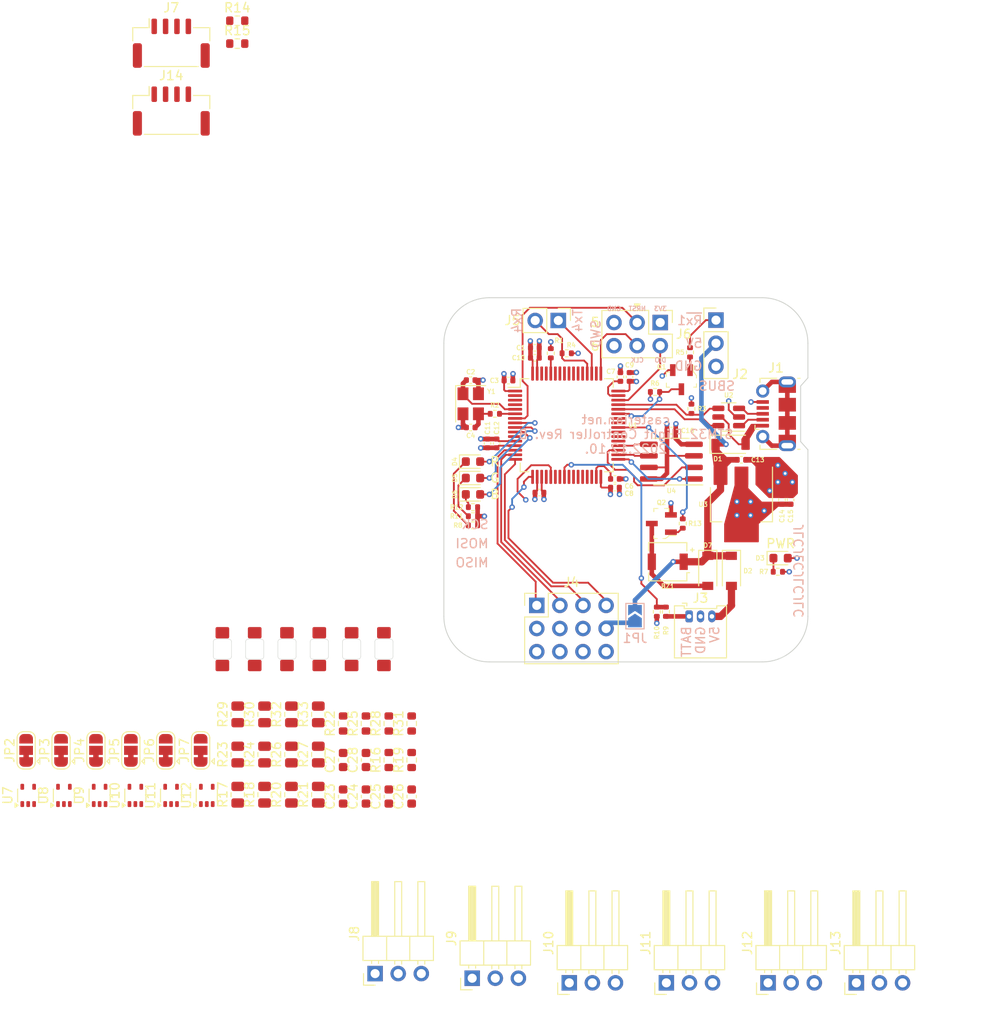
<source format=kicad_pcb>
(kicad_pcb (version 20240108) (generator "pcbnew") (generator_version "8.0")
  (layers (0 "F.Cu" signal) (1 "In1.Cu" power) (2 "In2.Cu" power) (31 "B.Cu" signal) (34 "B.Paste" user) (35 "F.Paste" user) (36 "B.SilkS" user "B.Silkscreen") (37 "F.SilkS" user "F.Silkscreen") (38 "B.Mask" user) (39 "F.Mask" user) (44 "Edge.Cuts" user))
  (net 0 "")
  (net 1 "GND")
  (net 2 "/NRST")
  (net 3 "/OSC_IN")
  (net 4 "/OSC_OUT")
  (net 5 "/VCAP1")
  (net 6 "/VCAP2")
  (net 7 "+5V")
  (net 8 "VBUS")
  (net 9 "/USB_CONN_D-")
  (net 10 "/USB_CONN_D+")
  (net 11 "Net-(BZ1--)")
  (net 12 "Net-(C23-Pad1)")
  (net 13 "/UART1_RX")
  (net 14 "Net-(C24-Pad1)")
  (net 15 "/BOOT0")
  (net 16 "+3.3V")
  (net 17 "/UART1_RX_INV")
  (net 18 "Net-(C25-Pad1)")
  (net 19 "Net-(C26-Pad1)")
  (net 20 "Net-(C27-Pad1)")
  (net 21 "/LED_RED")
  (net 22 "/LED_GREEN")
  (net 23 "/LED_BLUE")
  (net 24 "Net-(C28-Pad1)")
  (net 25 "/TIM5_CH1")
  (net 26 "/TIM5_CH2")
  (net 27 "/TIM5_CH3")
  (net 28 "/TIM5_CH4")
  (net 29 "Net-(D2-A)")
  (net 30 "Net-(D3-K)")
  (net 34 "Net-(D4-K)")
  (net 35 "Net-(D5-K)")
  (net 36 "/FLASH_NSS")
  (net 37 "/SPI2_SCK")
  (net 38 "Net-(D6-K)")
  (net 41 "/USB_D-")
  (net 42 "/USB_D+")
  (net 43 "/SWDIO")
  (net 44 "/SWCLK")
  (net 46 "/UART4_TX")
  (net 47 "/UART4_RX")
  (net 54 "/SPI2_MISO")
  (net 55 "/SPI2_MOSI")
  (net 57 "/PWM_5V")
  (net 58 "/SDA")
  (net 59 "/SCL")
  (net 60 "/Sensors/COUNT")
  (net 61 "Net-(C4-Pad1)")
  (net 62 "Net-(JP2-C)")
  (net 63 "+BATT")
  (net 64 "/V_BATT")
  (net 65 "Net-(JP3-C)")
  (net 66 "Net-(JP4-C)")
  (net 67 "Net-(JP5-C)")
  (net 68 "Net-(JP6-C)")
  (net 69 "Net-(JP7-C)")
  (net 70 "Net-(Q1-B)")
  (net 71 "/TIM3_CH4")
  (net 72 "Net-(Q2-B)")
  (net 73 "Net-(D8-A)")
  (net 74 "/rpm_1")
  (net 75 "Net-(D9-A)")
  (net 76 "/rpm_2")
  (net 77 "/rpm_3")
  (net 78 "Net-(D10-A)")
  (net 79 "/rpm_4")
  (net 80 "Net-(D11-A)")
  (net 81 "/rpm_5")
  (net 82 "Net-(D12-A)")
  (net 83 "/rpm_6")
  (net 84 "Net-(D13-A)")
  (footprint "Package_TO_SOT_SMD:SOT-353_SC-70-5" (layer "F.Cu") (at 100.027 134.665 90)
    (property "Reference" "U11")
    (property "Value" "SN74LVC1G14QDCKRQ1")
  )
  (footprint "Resistor_SMD:R_0402_1005Metric" (layer "F.Cu") (at 143.5 86.1 180)
    (property "Reference" "R4")
    (property "Value" "10k")
  )
  (footprint "Resistor_SMD:R_0402_1005Metric" (layer "F.Cu") (at 135.6 92.75)
    (property "Reference" "R2")
    (property "Value" "470")
  )
  (footprint "digikey-footprints:SOT-23-3" (layer "F.Cu") (at 156.1 89 -90)
    (property "Reference" "Q1")
    (property "Value" "S9013")
  )
  (footprint "Jumper:SolderJumper-3_P1.3mm_Bridged12_RoundedPad1.0x1.5mm" (layer "F.Cu") (at 91.772 129.715 90)
    (property "Reference" "JP4")
    (property "Value" "SolderJumper_3_Bridged12")
  )
  (footprint "Resistor_SMD:R_0805_2012Metric" (layer "F.Cu") (at 113.252 125.765 90)
    (property "Reference" "R32")
    (property "Value" "22k")
  )
  (footprint "Capacitor_SMD:C_0402_1005Metric" (layer "F.Cu") (at 132.95 94.25 180)
    (property "Reference" "C4")
    (property "Value" "10pF")
  )
  (footprint "Resistor_SMD:R_0402_1005Metric" (layer "F.Cu") (at 154.4 114.49 90)
    (property "Reference" "R9")
    (property "Value" "1k")
  )
  (footprint "Jumper:SolderJumper-3_P1.3mm_Bridged12_RoundedPad1.0x1.5mm" (layer "F.Cu") (at 87.937 129.715 90)
    (property "Reference" "JP3")
    (property "Value" "SolderJumper_3_Bridged12")
  )
  (footprint "Package_TO_SOT_SMD:SOT-353_SC-70-5" (layer "F.Cu") (at 103.952 134.665 90)
    (property "Reference" "U12")
    (property "Value" "SN74LVC1G14QDCKRQ1")
  )
  (footprint "Capacitor_SMD:C_0402_1005Metric" (layer "F.Cu") (at 155 94.6)
    (property "Reference" "C16")
    (property "Value" "100nF")
  )
  (footprint "Connector_PinHeader_2.54mm:PinHeader_1x02_P2.54mm_Vertical" (layer "F.Cu") (at 142.575 82.5 -90)
    (property "Reference" "J5")
    (property "Value" "2.54mm Male")
  )
  (footprint "Capacitor_SMD:C_0402_1005Metric" (layer "F.Cu") (at 134.8 96 90)
    (property "Reference" "C11")
    (property "Value" "1uF")
  )
  (footprint "Resistor_SMD:R_0402_1005Metric" (layer "F.Cu") (at 156.25 104.8 -90)
    (property "Reference" "R13")
    (property "Value" "180")
  )
  (footprint "Connector_PinHeader_2.54mm:PinHeader_1x03_P2.54mm_Horizontal" (layer "F.Cu") (at 143.779 155.251 90)
    (property "Reference" "J10")
    (property "Value" "DS1022-1*40RDF11-B")
  )
  (footprint "Connector_Molex:Molex_PicoBlade_53048-0310_1x03_P1.25mm_Horizontal" (layer "F.Cu") (at 156.95 115)
    (property "Reference" "J3")
    (property "Value" "Molex 53048-03")
  )
  (footprint "Resistor_SMD:R_0805_2012Metric" (layer "F.Cu") (at 116.202 134.585 90)
    (property "Reference" "R21")
    (property "Value" "82R")
  )
  (footprint "Capacitor_SMD:C_0402_1005Metric" (layer "F.Cu") (at 148.8 100.85)
    (property "Reference" "C8")
    (property "Value" "100nF")
  )
  (footprint "Capacitor_SMD:C_0402_1005Metric" (layer "F.Cu") (at 137.1 89.1)
    (property "Reference" "C3")
    (property "Value" "100nF")
  )
  (footprint "Resistor_SMD:R_0402_1005Metric" (layer "F.Cu") (at 133.2 105)
    (property "Reference" "R8")
    (property "Value" "1k")
  )
  (footprint "LED_SMD:LED_0603_1608Metric" (layer "F.Cu") (at 133.2 99.8)
    (property "Reference" "D5")
    (property "Value" "Green")
  )
  (footprint "Resistor_SMD:R_0805_2012Metric" (layer "F.Cu") (at 110.302 134.585 90)
    (property "Reference" "R18")
    (property "Value" "82R")
  )
  (footprint "Capacitor_SMD:C_0603_1608Metric" (layer "F.Cu") (at 121.442 134.785 90)
    (property "Reference" "C24")
    (property "Value" "10uF")
  )
  (footprint "Resistor_SMD:R_0402_1005Metric" (layer "F.Cu") (at 153.2 90.35)
    (property "Reference" "R6")
    (property "Value" "10k")
  )
  (footprint "Jumper:SolderJumper-3_P1.3mm_Bridged12_RoundedPad1.0x1.5mm" (layer "F.Cu") (at 99.442 129.715 90)
    (property "Reference" "JP6")
    (property "Value" "SolderJumper_3_Bridged12")
  )
  (footprint "Capacitor_SMD:C_0603_1608Metric" (layer "F.Cu") (at 118.932 130.775 90)
    (property "Reference" "C27")
    (property "Value" "10uF")
  )
  (footprint "Connector_JST:JST_GH_SM04B-GHS-TB_1x04-1MP_P1.25mm_Horizontal" (layer "F.Cu") (at 100.049 59.496)
    (property "Reference" "J14")
    (property "Value" "SM04B-GHS-TB")
  )
  (footprint "Package_TO_SOT_SMD:SOT-353_SC-70-5" (layer "F.Cu") (at 92.177 134.665 90)
    (property "Reference" "U9")
    (property "Value" "SN74LVC1G14QDCKRQ1")
  )
  (footprint "Resistor_SMD:R_0402_1005Metric" (layer "F.Cu") (at 166.7 110.1)
    (property "Reference" "R7")
    (property "Value" "1k")
  )
  (footprint "Custom_Parts:PWM_Conn_3x04" (layer "F.Cu") (at 144.018 116.332)
    (property "Reference" "J4")
    (property "Value" "PWM_Conn_3x04")
  )
  (footprint "Package_TO_SOT_SMD:SOT-353_SC-70-5" (layer "F.Cu") (at 88.252 134.665 90)
    (property "Reference" "U8")
    (property "Value" "SN74LVC1G14QDCKRQ1")
  )
  (footprint "Package_TO_SOT_SMD:SOT-223-3_TabPin2" (layer "F.Cu") (at 162.7 102.7 -90)
    (property "Reference" "U3")
    (property "Value" "AMS1117-3.3")
  )
  (footprint "Capacitor_SMD:C_0603_1608Metric" (layer "F.Cu") (at 123.952 134.785 90)
    (property "Reference" "C25")
    (property "Value" "10uF")
  )
  (footprint "Package_QFP:LQFP-64_10x10mm_P0.5mm" (layer "F.Cu") (at 143.5 94)
    (property "Reference" "U1")
    (property "Value" "STM32F405RGTx")
  )
  (footprint "Capacitor_SMD:C_0402_1005Metric" (layer "F.Cu") (at 148.8 99.9 180)
    (property "Reference" "C6")
    (property "Value" "2.2uF")
  )
  (footprint "Package_TO_SOT_SMD:SOT-353_SC-70-5" (layer "F.Cu") (at 96.102 134.665 90)
    (property "Reference" "U10")
    (property "Value" "SN74LVC1G14QDCKRQ1")
  )
  (footprint "Resistor_SMD:R_0402_1005Metric" (layer "F.Cu") (at 133.2 103)
    (property "Reference" "R12")
    (property "Value" "1k")
  )
  (footprint "Mlab_D:LED_1206_mill" (layer "F.Cu") (at 109.214 118.596 90)
    (property "Reference" "D9" (hide yes))
    (property "Value" "KPTR-3216SURCK" (hide yes))
    (fp_line (start 0.8 -1) (end -0.8 -1) (stroke (width 0.05)) (layer "Edge.Cuts"))
    (fp_line (start -1.1 -0.7) (end -1.1 0.7) (stroke (width 0.05)) (layer "Edge.Cuts"))
    (fp_line (start 1.1 0.7) (end 1.1 -0.7) (stroke (width 0.05)) (layer "Edge.Cuts"))
    (fp_line (start -0.8 1) (end 0.8 1) (stroke (width 0.05)) (layer "Edge.Cuts"))
    (fp_arc (start 0.8 -1) (mid 1.012132 -0.912132) (end 1.1 -0.7) (stroke (width 0.05)) (layer "Edge.Cuts"))
    (fp_arc (start -1.1 -0.7) (mid -1.012132 -0.912132) (end -0.8 -1) (stroke (width 0.05)) (layer "Edge.Cuts"))
    (fp_arc (start 1.1 0.7) (mid 1.012132 0.912132) (end 0.8 1) (stroke (width 0.05)) (layer "Edge.Cuts"))
    (fp_arc (start -0.8 1) (mid -1.012132 0.912132) (end -1.1 0.7) (stroke (width 0.05)) (layer "Edge.Cuts"))
  )
  (footprint "Capacitor_SMD:C_0402_1005Metric" (layer "F.Cu") (at 149.4 88.7 90)
    (property "Reference" "C7")
    (property "Value" "2.2uF")
  )
  (footprint "Capacitor_SMD:C_0402_1005Metric" (layer "F.Cu") (at 150.4 88.7 90)
    (property "Reference" "C9")
    (property "Value" "100nF")
  )
  (footprint "Resistor_SMD:R_0402_1005Metric" (layer "F.Cu") (at 157.05 86 -90)
    (property "Reference" "R5")
    (property "Value" "1k")
  )
  (footprint "Connector_PinHeader_2.54mm:PinHeader_1x03_P2.54mm_Horizontal" (layer "F.Cu") (at 165.623 155.251 90)
    (property "Reference" "J12")
    (property "Value" "DS1022-1*40RDF11-B")
  )
  (footprint "Resistor_SMD:R_0805_2012Metric" (layer "F.Cu") (at 116.202 125.765 90)
    (property "Reference" "R33")
    (property "Value" "82R")
  )
  (footprint "Connector_PinHeader_2.54mm:PinHeader_1x03_P2.54mm_Horizontal" (layer "F.Cu") (at 122.443 154.235 90)
    (property "Reference" "J8")
    (property "Value" "DS1022-1*40RDF11-B")
  )
  (footprint "MountingHole:MountingHole_3.2mm_M3" (layer "F.Cu") (at 165.25 84.75)
    (property "Reference" "H2" (hide yes))
    (property "Value" "MountingHole")
  )
  (footprint "Connector_USB:USB_Micro-B_Molex-105017-0001" (layer "F.Cu") (at 166.5 92.75 90)
    (property "Reference" "J1")
    (property "Value" "USB_B_Micro")
  )
  (footprint "Mlab_D:LED_1206_mill" (layer "F.Cu") (at 123.414 118.596 90)
    (property "Reference" "D13" (hide yes))
    (property "Value" "KPTR-3216SURCK" (hide yes))
    (fp_line (start 0.8 -1) (end -0.8 -1) (stroke (width 0.05)) (layer "Edge.Cuts"))
    (fp_line (start -1.1 -0.7) (end -1.1 0.7) (stroke (width 0.05)) (layer "Edge.Cuts"))
    (fp_line (start 1.1 0.7) (end 1.1 -0.7) (stroke (width 0.05)) (layer "Edge.Cuts"))
    (fp_line (start -0.8 1) (end 0.8 1) (stroke (width 0.05)) (layer "Edge.Cuts"))
    (fp_arc (start 0.8 -1) (mid 1.012132 -0.912132) (end 1.1 -0.7) (stroke (width 0.05)) (layer "Edge.Cuts"))
    (fp_arc (start -1.1 -0.7) (mid -1.012132 -0.912132) (end -0.8 -1) (stroke (width 0.05)) (layer "Edge.Cuts"))
    (fp_arc (start 1.1 0.7) (mid 1.012132 0.912132) (end 0.8 1) (stroke (width 0.05)) (layer "Edge.Cuts"))
    (fp_arc (start -0.8 1) (mid -1.012132 0.912132) (end -1.1 0.7) (stroke (width 0.05)) (layer "Edge.Cuts"))
  )
  (footprint "Capacitor_SMD:C_0402_1005Metric" (layer "F.Cu") (at 167.15 102.2 90)
    (property "Reference" "C14")
    (property "Value" "100nF")
  )
  (footprint "digikey-footprints:SOT-23-3" (layer "F.Cu") (at 153.9 104.8 180)
    (property "Reference" "Q2")
    (property "Value" "S9013")
  )
  (footprint "Resistor_SMD:R_0402_1005Metric" (layer "F.Cu") (at 133.2 104)
    (property "Reference" "R11")
    (property "Value" "1k")
  )
  (footprint "Capacitor_SMD:C_0402_1005Metric" (layer "F.Cu") (at 135.8 96 90)
    (property "Reference" "C12")
    (property "Value" "100nF")
  )
  (footprint "LED_SMD:LED_0603_1608Metric" (layer "F.Cu") (at 133.2 101.6)
    (property "Reference" "D6")
    (property "Value" "Blue")
  )
  (footprint "MountingHole:MountingHole_3.2mm_M3" (layer "F.Cu") (at 134.75 115.25)
    (property "Reference" "H3" (hide yes))
    (property "Value" "MountingHole")
  )
  (footprint "Resistor_SMD:R_0805_2012Metric" (layer "F.Cu") (at 110.302 125.765 90)
    (property "Reference" "R30")
    (property "Value" "82R")
  )
  (footprint "Capacitor_SMD:C_0603_1608Metric" (layer "F.Cu") (at 121.442 130.775 90)
    (property "Reference" "C28")
    (property "Value" "10uF")
  )
  (footprint "Resistor_SMD:R_0402_1005Metric" (layer "F.Cu") (at 153.4 114.49 -90)
    (property "Reference" "R10")
    (property "Value" "1k")
  )
  (footprint "Resistor_SMD:R_0603_1608Metric" (layer "F.Cu") (at 123.952 126.765 90)
    (property "Reference" "R28")
    (property "Value" "51R")
  )
  (footprint "FUET-4020:FUET-4020" (layer "F.Cu") (at 154.6 109 180)
    (property "Reference" "BZ1")
    (property "Value" "FUET-4020")
  )
  (footprint "Jumper:SolderJumper-3_P1.3mm_Bridged12_RoundedPad1.0x1.5mm" (layer "F.Cu") (at 95.607 129.715 90)
    (property "Reference" "JP5")
    (property "Value" "SolderJumper_3_Bridged12")
  )
  (footprint "Resistor_SMD:R_0603_1608Metric" (layer "F.Cu") (at 118.932 126.765 90)
    (property "Reference" "R22")
    (property "Value" "51R")
  )
  (footprint "Capacitor_SMD:C_0603_1608Metric" (layer "F.Cu") (at 118.932 134.785 90)
    (property "Reference" "C23")
    (property "Value" "10uF")
  )
  (footprint "Resistor_SMD:R_0805_2012Metric" (layer "F.Cu") (at 113.252 130.175 90)
    (property "Reference" "R26")
    (property "Value" "22k")
  )
  (footprint "Resistor_SMD:R_0603_1608Metric" (layer "F.Cu") (at 107.299 52.086)
    (property "Reference" "R15")
    (property "Value" "10k")
  )
  (footprint "Resistor_SMD:R_0805_2012Metric" (layer "F.Cu") (at 116.202 130.175 90)
    (property "Reference" "R27")
    (property "Value" "82R")
  )
  (footprint "Capacitor_SMD:C_0402_1005Metric" (layer "F.Cu") (at 132.95 89.05 180)
    (property "Reference" "C2")
    (property "Value" "10pF")
  )
  (footprint "Capacitor_SMD:C_0402_1005Metric" (layer "F.Cu") (at 140.5 101.4 180)
    (property "Reference" "C5" (hide yes))
    (property "Value" "100nF")
  )
  (footprint "Connector_PinHeader_2.54mm:PinHeader_1x03_P2.54mm_Horizontal" (layer "F.Cu") (at 133.111 154.743 90)
    (property "Reference" "J9")
    (property "Value" "DS1022-1*40RDF11-B")
  )
  (footprint "Crystal:Crystal_SMD_Abracon_ABM8G-4Pin_3.2x2.5mm" (layer "F.Cu") (at 132.95 91.65 -90)
    (property "Reference" "Y1")
    (property "Value" "16MHz")
  )
  (footprint "Connector_PinHeader_2.54mm:PinHeader_1x03_P2.54mm_Horizontal" (layer "F.Cu") (at 154.447 155.251 90)
    (property "Reference" "J11")
    (property "Value" "DS1022-1*40RDF11-B")
  )
  (footprint "Mlab_D:LED_1206_mill" (layer "F.Cu") (at 119.864 118.596 90)
    (property "Reference" "D12" (hide yes))
    (property "Value" "KPTR-3216SURCK" (hide yes))
    (fp_line (start 0.8 -1) (end -0.8 -1) (stroke (width 0.05)) (layer "Edge.Cuts"))
    (fp_line (start -1.1 -0.7) (end -1.1 0.7) (stroke (width 0.05)) (layer "Edge.Cuts"))
    (fp_line (start 1.1 0.7) (end 1.1 -0.7) (stroke (width 0.05)) (layer "Edge.Cuts"))
    (fp_line (start -0.8 1) (end 0.8 1) (stroke (width 0.05)) (layer "Edge.Cuts"))
    (fp_arc (start 0.8 -1) (mid 1.012132 -0.912132) (end 1.1 -0.7) (stroke (width 0.05)) (layer "Edge.Cuts"))
    (fp_arc (start -1.1 -0.7) (mid -1.012132 -0.912132) (end -0.8 -1) (stroke (width 0.05)) (layer "Edge.Cuts"))
    (fp_arc (start 1.1 0.7) (mid 1.012132 0.912132) (end 0.8 1) (stroke (width 0.05)) (layer "Edge.Cuts"))
    (fp_arc (start -0.8 1) (mid -1.012132 0.912132) (end -1.1 0.7) (stroke (width 0.05)) (layer "Edge.Cuts"))
  )
  (footprint "Resistor_SMD:R_0603_1608Metric" (layer "F.Cu") (at 107.299 49.576)
    (property "Reference" "R14")
    (property "Value" "10k")
  )
  (footprint "Resistor_SMD:R_0805_2012Metric" (layer "F.Cu") (at 113.252 134.585 90)
    (property "Reference" "R20")
    (property "Value" "22k")
  )
  (footprint "Resistor_SMD:R_0402_1005Metric" (layer "F.Cu") (at 141.75 86.1 90)
    (property "Reference" "R1")
    (property "Value" "100k")
  )
  (footprint "Capacitor_SMD:C_0402_1005Metric" (layer "F.Cu") (at 162.7 97.8)
    (property "Reference" "C13")
    (property "Value" "10uF")
  )
  (footprint "MountingHole:MountingHole_3.2mm_M3" (layer "F.Cu") (at 134.75 84.75)
    (property "Reference" "H1" (hide yes))
    (property "Value" "MountingHole")
  )
  (footprint "Package_SO:SOIC-8_3.9x4.9mm_P1.27mm" (layer "F.Cu") (at 155 98 180)
    (property "Reference" "U4")
    (property "Value" "W25X40CLSN")
  )
  (footprint "LED_SMD:LED_0603_1608Metric" (layer "F.Cu") (at 133.2 98)
    (property "Reference" "D4")
    (property "Value" "Red")
  )
  (footprint "Resistor_SMD:R_0603_1608Metric" (layer "F.Cu") (at 126.462 126.765 90)
    (property "Reference" "R31")
    (property "Value" "51R")
  )
  (footprint "Diode_SMD:D_SOD-123" (layer "F.Cu") (at 161.6 110 -90)
    (property "Reference" "D2")
    (property "Value" "B5819W")
  )
  (footprint "Mlab_D:LED_1206_mill" (layer "F.Cu") (at 105.664 118.596 90)
    (property "Reference" "D8" (hide yes))
    (property "Value" "KPTR-3216SURCK" (hide yes))
    (fp_line (start 0.8 -1) (end -0.8 -1) (stroke (width 0.05)) (layer "Edge.Cuts"))
    (fp_line (start -1.1 -0.7) (end -1.1 0.7) (stroke (width 0.05)) (layer "Edge.Cuts"))
    (fp_line (start 1.1 0.7) (end 1.1 -0.7) (stroke (width 0.05)) (layer "Edge.Cuts"))
    (fp_line (start -0.8 1) (end 0.8 1) (stroke (width 0.05)) (layer "Edge.Cuts"))
    (fp_arc (start 0.8 -1) (mid 1.012132 -0.912132) (end 1.1 -0.7) (stroke (width 0.05)) (layer "Edge.Cuts"))
    (fp_arc (start -1.1 -0.7) (mid -1.012132 -0.912132) (end -0.8 -1) (stroke (width 0.05)) (layer "Edge.Cuts"))
    (fp_arc (start 1.1 0.7) (mid 1.012132 0.912132) (end 0.8 1) (stroke (width 0.05)) (layer "Edge.Cuts"))
    (fp_arc (start -0.8 1) (mid -1.012132 0.912132) (end -1.1 0.7) (stroke (width 0.05)) (layer "Edge.Cuts"))
  )
  (footprint "Jumper:SolderJumper-3_P1.3mm_Bridged12_RoundedPad1.0x1.5mm" (layer "F.Cu") (at 84.102 129.715 90)
    (property "Reference" "JP2")
    (property "Value" "SolderJumper_3_Bridged12")
  )
  (footprint "Capacitor_SMD:C_0402_1005Metric" (layer "F.Cu") (at 168.1 102.2 90)
    (property "Reference" "C15")
    (property "Value" "10uF")
  )
  (footprint "Resistor_SMD:R_0603_1608Metric" (layer "F.Cu") (at 123.952 130.775 90)
    (property "Reference" "R16")
    (property "Value" "51R")
  )
  (footprint "Resistor_SMD:R_0603_1608Metric" (layer "F.Cu") (at 126.462 130.775 90)
    (property "Reference" "R19")
    (property "Value" "51R")
  )
  (footprint "MountingHole:MountingHole_3.2mm_M3" (layer "F.Cu") (at 165.25 115.25)
    (property "Reference" "H4" (hide yes))
    (property "Value" "MountingHole")
  )
  (footprint "Jumper:SolderJumper-3_P1.3mm_Bridged12_RoundedPad1.0x1.5mm" (layer "F.Cu") (at 103.277 129.715 90)
    (property "Reference" "JP7")
    (property "Value" "SolderJumper_3_Bridged12")
  )
  (footprint "Mlab_D:LED_1206_mill" (layer "F.Cu") (at 116.314 118.596 90)
    (property "Reference" "D11" (hide yes))
    (property "Value" "KPTR-3216SURCK" (hide yes))
    (fp_line (start 0.8 -1) (end -0.8 -1) (stroke (width 0.05)) (layer "Edge.Cuts"))
    (fp_line (start -1.1 -0.7) (end -1.1 0.7) (stroke (width 0.05)) (layer "Edge.Cuts"))
    (fp_line (start 1.1 0.7) (end 1.1 -0.7) (stroke (width 0.05)) (layer "Edge.Cuts"))
    (fp_line (start -0.8 1) (end 0.8 1) (stroke (width 0.05)) (layer "Edge.Cuts"))
    (fp_arc (start 0.8 -1) (mid 1.012132 -0.912132) (end 1.1 -0.7) (stroke (width 0.05)) (layer "Edge.Cuts"))
    (fp_arc (start -1.1 -0.7) (mid -1.012132 -0.912132) (end -0.8 -1) (stroke (width 0.05)) (layer "Edge.Cuts"))
    (fp_arc (start 1.1 0.7) (mid 1.012132 0.912132) (end 0.8 1) (stroke (width 0.05)) (layer "Edge.Cuts"))
    (fp_arc (start -0.8 1) (mid -1.012132 0.912132) (end -1.1 0.7) (stroke (width 0.05)) (layer "Edge.Cuts"))
  )
  (footprint "Package_TO_SOT_SMD:SOT-353_SC-70-5" (layer "F.Cu") (at 84.327 134.665 90)
    (property "Reference" "U7")
    (property "Value" "SN74LVC1G14QDCKRQ1")
  )
  (footprint "Diode_SMD:D_SOD-123" (layer "F.Cu") (at 159 110 -90)
    (property "Reference" "D7")
    (property "Value" "B5819W")
  )
  (footprint "Mlab_D:LED_1206_mill" (layer "F.Cu") (at 112.764 118.596 90)
    (property "Reference" "D10" (hide yes))
    (property "Value" "KPTR-3216SURCK" (hide yes))
    (fp_line (start 0.8 -1) (end -0.8 -1) (stroke (width 0.05)) (layer "Edge.Cuts"))
    (fp_line (start -1.1 -0.7) (end -1.1 0.7) (stroke (width 0.05)) (layer "Edge.Cuts"))
    (fp_line (start 1.1 0.7) (end 1.1 -0.7) (stroke (width 0.05)) (layer "Edge.Cuts"))
    (fp_line (start -0.8 1) (end 0.8 1) (stroke (width 0.05)) (layer "Edge.Cuts"))
    (fp_arc (start 0.8 -1) (mid 1.012132 -0.912132) (end 1.1 -0.7) (stroke (width 0.05)) (layer "Edge.Cuts"))
    (fp_arc (start -1.1 -0.7) (mid -1.012132 -0.912132) (end -0.8 -1) (stroke (width 0.05)) (layer "Edge.Cuts"))
    (fp_arc (start 1.1 0.7) (mid 1.012132 0.912132) (end 0.8 1) (stroke (width 0.05)) (layer "Edge.Cuts"))
    (fp_arc (start -0.8 1) (mid -1.012132 0.912132) (end -1.1 0.7) (stroke (width 0.05)) (layer "Edge.Cuts"))
  )
  (footprint "Resistor_SMD:R_0805_2012Metric" (layer "F.Cu") (at 110.302 130.175 90)
    (property "Reference" "R24")
    (property "Value" "82R")
  )
  (footprint "Resistor_SMD:R_0805_2012Metric" (layer "F.Cu") (at 107.352 134.585 90)
    (property "Reference" "R17")
    (property "Value" "22k")
  )
  (footprint "Package_TO_SOT_SMD:SOT-23-6" (layer "F.Cu") (at 161.3 93.1 180)
    (property "Reference" "U2")
    (property "Value" "USBLC6-2SC6")
  )
  (footprint "Connector_PinHeader_2.54mm:PinHeader_1x03_P2.54mm_Vertical" (layer "F.Cu") (at 159.9 82.46)
    (property "Reference" "J2")
    (property "Value" "2.54mm Male")
  )
  (footprint "Capacitor_SMD:C_0603_1608Metric" (layer "F.Cu") (at 126.462 134.785 90)
    (property "Reference" "C26")
    (property "Value" "10uF")
  )
  (footprint "Connector_PinHeader_2.54mm:PinHeader_2x03_P2.54mm_Vertical" (layer "F.Cu") (at 153.775 82.725 -90)
    (property "Reference" "J6")
    (property "Value" "2.54mm Male")
  )
  (footprint "Resistor_SMD:R_0805_2012Metric" (layer "F.Cu") (at 107.352 130.175 90)
    (property "Reference" "R23")
    (property "Value" "22k")
  )
  (footprint "Resistor_SMD:R_0805_2012Metric" (layer "F.Cu") (at 107.352 125.765 90)
    (property "Reference" "R29")
    (property "Value" "22k")
  )
  (footprint "Connector_JST:JST_GH_SM04B-GHS-TB_1x04-1MP_P1.25mm_Horizontal" (layer "F.Cu") (at 100.049 52.046)
    (property "Reference" "J7")
    (property "Value" "SM04B-GHS-TB")
  )
  (footprint "Diode_SMD:D_SOD-123" (layer "F.Cu") (at 161.5 96.1)
    (property "Reference" "D1")
    (property "Value" "B5819W")
  )
  (footprint "Connector_PinHeader_2.54mm:PinHeader_1x03_P2.54mm_Horizontal" (layer "F.Cu") (at 175.323 155.251 90)
    (property "Reference" "J13")
    (property "Value" "DS1022-1*40RDF11-B")
  )
  (footprint "Resistor_SMD:R_0402_1005Metric" (layer "F.Cu") (at 157.2 92.2 -90)
    (property "Reference" "R3")
    (property "Value" "1.5k")
  )
  (footprint "Capacitor_SMD:C_0402_1005Metric" (layer "F.Cu") (at 140 86.6)
    (property "Reference" "C10")
    (property "Value" "100nF")
  )
  (footprint "Capacitor_SMD:C_0402_1005Metric" (layer "F.Cu") (at 140 85.5)
    (property "Reference" "C1")
    (property "Value" "10uF")
  )
  (footprint "Resistor_SMD:R_0603_1608Metric" (layer "F.Cu") (at 121.442 126.765 90)
    (property "Reference" "R25")
    (property "Value" "51R")
  )
  (footprint "LED_SMD:LED_0603_1608Metric" (layer "F.Cu") (at 167 108.6)
    (property "Reference" "D3")
    (property "Value" "Red")
  )
  (footprint "Jumper:SolderJumper-2_P1.3mm_Open_TrianglePad1.0x1.5mm" (layer "B.Cu") (at 151 114.975 90)
    (property "Reference" "JP1")
    (property "Value" "Jumper")
  )
  (gr_poly (pts (xy 151.25 81) (xy 150.95 80.7) (xy 151.55 80.7)) (stroke (width 0.15)) (fill solid) (layer "F.SilkS"))
  (gr_line (start 169.2 95.8) (end 170 96.7) (stroke (width 0.1)) (layer "Edge.Cuts"))
  (gr_arc (start 135 120) (mid 131.464466 118.535534) (end 130 115) (stroke (width 0.1)) (layer "Edge.Cuts"))
  (gr_arc (start 170 115) (mid 168.535534 118.535534) (end 165 120) (stroke (width 0.1)) (layer "Edge.Cuts"))
  (gr_arc (start 165 80) (mid 168.535534 81.464466) (end 170 85) (stroke (width 0.1)) (layer "Edge.Cuts"))
  (gr_arc (start 130 85) (mid 131.464466 81.464466) (end 135 80) (stroke (width 0.1)) (layer "Edge.Cuts"))
  (gr_line (start 170 88.8) (end 169.2 89.7) (stroke (width 0.1)) (layer "Edge.Cuts"))
  (gr_line (start 170 96.7) (end 170 115) (stroke (width 0.1)) (layer "Edge.Cuts"))
  (gr_line (start 170 85) (end 170 88.8) (stroke (width 0.1)) (layer "Edge.Cuts"))
  (gr_line (start 165 120) (end 135 120) (stroke (width 0.1)) (layer "Edge.Cuts"))
  (gr_line (start 130 115) (end 130 85) (stroke (width 0.1)) (layer "Edge.Cuts"))
  (gr_line (start 135 80) (end 165 80) (stroke (width 0.1)) (layer "Edge.Cuts"))
  (gr_line (start 169.2 89.7) (end 169.2 95.8) (stroke (width 0.1)) (layer "Edge.Cuts"))
  (gr_text "GND" (at 158.5 87.5 0) (layer "B.SilkS") (effects (font (size 1 1)) (justify left mirror)))
  (gr_text "3V3" (at 153.8 81.2 0) (layer "B.SilkS") (effects (font (size 0.5 0.5) (thickness 0.1)) (justify mirror)))
  (gr_text "5V" (at 159.75 116 90) (layer "B.SilkS") (effects (font (size 1 1)) (justify left mirror)))
  (gr_text "BATT" (at 156.65 116 90) (layer "B.SilkS") (effects (font (size 1 1)) (justify left mirror)))
  (gr_text "SBUS" (at 160 89.7 0) (layer "B.SilkS") (effects (font (size 1 1)) (justify mirror)))
  (gr_text "GND" (at 158.2 116 90) (layer "B.SilkS") (effects (font (size 1 1)) (justify left mirror)))
  (gr_text "Rx4" (at 138 82.5 90) (layer "B.SilkS") (effects (font (size 1 1)) (justify mirror)))
  (gr_text "casterian.net\nSTM32 Flight Controller Rev. B\n2022.12.10." (at 150 95 0) (layer "B.SilkS") (effects (font (size 1 1)) (justify mirror)))
  (gr_text "MISO" (at 135 109.1 0) (layer "B.SilkS") (effects (font (size 1 1)) (justify left mirror)))
  (gr_text "Tx4" (at 144.7 82.5 90) (layer "B.SilkS") (effects (font (size 1 1)) (justify mirror)))
  (gr_text "CLK" (at 151.25 86.85 0) (layer "B.SilkS") (effects (font (size 0.5 0.5) (thickness 0.1)) (justify mirror)))
  (gr_text "DIO" (at 153.8 86.85 0) (layer "B.SilkS") (effects (font (size 0.5 0.5) (thickness 0.1)) (justify mirror)))
  (gr_text "JLCJLCJLCJLC" (at 169 110 90) (layer "B.SilkS") (effects (font (size 1 1)) (justify mirror)))
  (gr_text "SWD" (at 146.7 84 90) (layer "B.SilkS") (effects (font (size 1 1)) (justify mirror)))
  (gr_text "NRST" (at 151.25 81.2 0) (layer "B.SilkS") (effects (font (size 0.5 0.5) (thickness 0.1)) (justify mirror)))
  (gr_text "5V" (at 158.5 85 0) (layer "B.SilkS") (effects (font (size 1 1)) (justify left mirror)))
  (gr_text "MOSI" (at 135 107 0) (layer "B.SilkS") (effects (font (size 1 1)) (justify left mirror)))
  (gr_text "SCK" (at 135 104.9 0) (layer "B.SilkS") (effects (font (size 1 1)) (justify left mirror)))
  (gr_text "~{Rx}1" (at 158.5 82.5 0) (layer "B.SilkS") (effects (font (size 1 1)) (justify left mirror)))
  (gr_text "GND" (at 148.7 81.2 0) (layer "B.SilkS") (effects (font (size 0.5 0.5) (thickness 0.1)) (justify mirror)))
  (gr_text "B" (at 135 101.6 0) (layer "F.SilkS") (effects (font (size 1 1)) (justify left)))
  (gr_text "R" (at 135 98 0) (layer "F.SilkS") (effects (font (size 1 1)) (justify left)))
  (gr_text "5" (at 147.2 82.7 0) (layer "F.SilkS") (effects (font (size 1 1)) (justify right)))
  (gr_text "PWR" (at 167 107 0) (layer "F.SilkS") (effects (font (size 1 1))))
  (gr_text "G" (at 135 99.8 0) (layer "F.SilkS") (effects (font (size 1 1)) (justify left)))
  (gr_text "6" (at 147.2 85.3 0) (layer "F.SilkS") (effects (font (size 1 1)) (justify right)))
  (segment (start 166.0375 89.25) (end 165.0375 90.25) (width 0.5) (layer "F.Cu") (net 0))
  (segment (start 167.7375 91.75) (end 167.7375 89.85) (width 0.5) (layer "F.Cu") (net 0))
  (segment (start 166.0375 96.25) (end 165.0375 95.25) (width 0.5) (layer "F.Cu") (net 0))
  (segment (start 167.7375 96.25) (end 166.0375 96.25) (width 0.5) (layer "F.Cu") (net 0))
  (segment (start 167.7375 95.65) (end 167.7375 93.75) (width 0.5) (layer "F.Cu") (net 0))
  (segment (start 167.7375 89.25) (end 166.0375 89.25) (width 0.5) (layer "F.Cu") (net 0))
  (segment (start 167.7375 93.75) (end 167.7375 91.75) (width 0.5) (layer "F.Cu") (net 0))
  (segment (start 137.58 89.1) (end 137.58 88.37) (width 0.5) (layer "F.Cu") (net 1))
  (segment (start 156.095 96.095) (end 155.48 95.48) (width 0.5) (layer "F.Cu") (net 1))
  (segment (start 155.15 87.95) (end 154.65 87.95) (width 0.2) (layer "F.Cu") (net 1))
  (segment (start 133.71 104) (end 133.71 105) (width 0.5) (layer "F.Cu") (net 1))
  (segment (start 132.47 94.25) (end 131.6 94.25) (width 0.5) (layer "F.Cu") (net 1))
  (segment (start 149.4 88.22) (end 149.4 87.5) (width 0.5) (layer "F.Cu") (net 1))
  (segment (start 154.65 87.95) (end 154 88.6) (width 0.2) (layer "F.Cu") (net 1))
  (segment (start 157.475 96.095) (end 156.095 96.095) (width 0.5) (layer "F.Cu") (net 1))
  (segment (start 140.25 86.83) (end 140.48 86.6) (width 0.2) (layer "F.Cu") (net 1))
  (segment (start 133.43 89.05) (end 134.3 89.05) (width 0.5) (layer "F.Cu") (net 1))
  (segment (start 150.4 88.22) (end 151.13 88.22) (width 0.5) (layer "F.Cu") (net 1))
  (segment (start 132.1 93.88) (end 132.47 94.25) (width 0.5) (layer "F.Cu") (net 1))
  (segment (start 149.28 101.58) (end 149.3 101.6) (width 0.5) (layer "F.Cu") (net 1))
  (segment (start 153.4 115) (end 153.4 115.75) (width 0.5) (layer "F.Cu") (net 1))
  (segment (start 140.25 88.325) (end 140.25 86.83) (width 0.2) (layer "F.Cu") (net 1))
  (segment (start 162.4375 93.1) (end 162.088604 93.1) (width 0.2) (layer "F.Cu") (net 1))
  (segment (start 137.58 88.37) (end 137.6 88.35) (width 0.5) (layer "F.Cu") (net 1))
  (segment (start 134.07 95.52) (end 134.05 95.5) (width 0.5) (layer "F.Cu") (net 1))
  (segment (start 135.8 95.52) (end 134.8 95.52) (width 0.5) (layer "F.Cu") (net 1))
  (segment (start 154.95 103.85) (end 154.95 102.55) (width 0.5) (layer "F.Cu") (net 1))
  (segment (start 140.48 86.6) (end 140.48 85.5) (width 0.5) (layer "F.Cu") (net 1))
  (segment (start 162.088604 93.1) (end 161.3 92.311396) (width 0.2) (layer "F.Cu") (net 1))
  (segment (start 133.8 89.42) (end 133.43 89.05) (width 0.5) (layer "F.Cu") (net 1))
  (segment (start 140.25 101.17) (end 140.02 101.4) (width 0.2) (layer "F.Cu") (net 1))
  (segment (start 133.71 103) (end 133.71 104) (width 0.5) (layer "F.Cu") (net 1))
  (segment (start 167.21 110.1) (end 167.95 110.1) (width 0.2) (layer "F.Cu") (net 1))
  (segment (start 155.48 93.87) (end 155.5 93.85) (width 0.5) (layer "F.Cu") (net 1))
  (segment (start 140.25 99.675) (end 140.25 101.17) (width 0.2) (layer "F.Cu") (net 1))
  (segment (start 149.28 100.85) (end 149.28 101.58) (width 0.5) (layer "F.Cu") (net 1))
  (segment (start 140.02 101.4) (end 140.02 102.13) (width 0.5) (layer "F.Cu") (net 1))
  (segment (start 140.48 85.5) (end 140.48 84.77) (width 0.5) (layer "F.Cu") (net 1))
  (segment (start 133.71 104) (end 134.45 104) (width 0.5) (layer "F.Cu") (net 1))
  (segment (start 141.75 85.59) (end 141.75 84.85) (width 0.2) (layer "F.Cu") (net 1))
  (segment (start 140.48 84.77) (end 140.5 84.75) (width 0.5) (layer "F.Cu") (net 1))
  (segment (start 134.8 95.52) (end 134.07 95.52) (width 0.5) (layer "F.Cu") (net 1))
  (segment (start 140.02 102.13) (end 140 102.15) (width 0.5) (layer "F.Cu") (net 1))
  (segment (start 151.13 88.22) (end 151.15 88.2) (width 0.5) (layer "F.Cu") (net 1))
  (segment (start 136.03 95.75) (end 135.8 95.52) (width 0.2) (layer "F.Cu") (net 1))
  (segment (start 161.3 92.311396) (end 161.3 91.35) (width 0.2) (layer "F.Cu") (net 1))
  (segment (start 132.1 92.75) (end 132.1 93.88) (width 0.5) (layer "F.Cu") (net 1))
  (segment (start 133.8 90.55) (end 133.8 89.42) (width 0.5) (layer "F.Cu") (net 1))
  (segment (start 155.48 95.48) (end 155.48 94.6) (width 0.5) (layer "F.Cu") (net 1))
  (segment (start 136.03 95.75) (end 137.825 95.75) (width 0.2) (layer "F.Cu") (net 1))
  (segment (start 149.28 99.9) (end 150 99.9) (width 0.5) (layer "F.Cu") (net 1))
  (segment (start 155.48 94.6) (end 155.48 93.87) (width 0.5) (layer "F.Cu") (net 1))
  (segment (start 165.0375 91.45) (end 163.75 91.45) (width 0.2) (layer "F.Cu") (net 1))
  (via (at 131.6 94.25) (size 0.6) (drill 0.3) (layers "F.Cu" "B.Cu") (net 1))
  (via (at 137.6 88.35) (size 0.6) (drill 0.3) (layers "F.Cu" "B.Cu") (net 1))
  (via (at 167.95 110.1) (size 0.6) (drill 0.3) (layers "F.Cu" "B.Cu") (net 1))
  (via (at 141.75 84.85) (size 0.6) (drill 0.3) (layers "F.Cu" "B.Cu") (net 1))
  (via (at 153.4 115.75) (size 0.6) (drill 0.3) (layers "F.Cu" "B.Cu") (net 1))
  (via (at 134.45 104) (size 0.6) (drill 0.3) (layers "F.Cu" "B.Cu") (net 1))
  (via (at 134.3 89.05) (size 0.6) (drill 0.3) (layers "F.Cu" "B.Cu") (net 1))
  (via (at 166.7 98.4) (size 0.6) (drill 0.3) (layers "F.Cu" "B.Cu") (net 1))
  (via (at 155.5 93.85) (size 0.6) (drill 0.3) (layers "F.Cu" "B.Cu") (net 1))
  (via (at 165.8 101.2) (size 0.6) (drill 0.3) (layers "F.Cu" "B.Cu") (net 1))
  (via (at 154.95 102.55) (size 0.6) (drill 0.3) (layers "F.Cu" "B.Cu") (net 1))
  (via (at 140.5 84.75) (size 0.6) (drill 0.3) (layers "F.Cu" "B.Cu") (net 1))
  (via (at 168.3 100.25) (size 0.6) (drill 0.3) (layers "F.Cu" "B.Cu") (net 1))
  (via (at 149.4 87.5) (size 0.6) (drill 0.3) (layers "F.Cu" "B.Cu") (net 1))
  (via (at 166.7 100.25) (size 0.6) (drill 0.3) (layers "F.Cu" "B.Cu") (net 1))
  (via (at 140 102.15) (size 0.6) (drill 0.3) (layers "F.Cu" "B.Cu") (net 1))
  (via (at 149.3 101.6) (size 0.6) (drill 0.3) (layers "F.Cu" "B.Cu") (net 1))
  (via (at 163.75 91.45) (size 0.6) (drill 0.3) (layers "F.Cu" "B.Cu") (net 1))
  (via (at 167.5 99.3) (size 0.6) (drill 0.3) (layers "F.Cu" "B.Cu") (net 1))
  (via (at 161.3 91.35) (size 0.6) (drill 0.3) (layers "F.Cu" "B.Cu") (net 1))
  (via (at 150 99.9) (size 0.6) (drill 0.3) (layers "F.Cu" "B.Cu") (net 1))
  (via (at 151.15 88.2) (size 0.6) (drill 0.3) (layers "F.Cu" "B.Cu") (net 1))
  (via (at 154 88.6) (size 0.6) (drill 0.3) (layers "F.Cu" "B.Cu") (net 1))
  (via (at 134.05 95.5) (size 0.6) (drill 0.3) (layers "F.Cu" "B.Cu") (net 1))
  (segment (start 137.825 93.25) (end 138.9 93.25) (width 0.2) (layer "F.Cu") (net 2))
  (segment (start 139.2 92.95) (end 139.2 89.7) (width 0.2) (layer "F.Cu") (net 2))
  (segment (start 138.65 81.9) (end 139.45 81.1) (width 0.2) (layer "F.Cu") (net 2))
  (segment (start 149.61 81.1) (end 151.235 82.725) (width 0.2) (layer "F.Cu") (net 2))
  (segment (start 138.9 93.25) (end 139.2 92.95) (width 0.2) (layer "F.Cu") (net 2))
  (segment (start 138.65 89.15) (end 138.65 81.9) (width 0.2) (layer "F.Cu") (net 2))
  (segment (start 139.2 89.7) (end 138.65 89.15) (width 0.2) (layer "F.Cu") (net 2))
  (segment (start 139.45 81.1) (end 149.61 81.1) (width 0.2) (layer "F.Cu") (net 2))
  (segment (start 133.1 91.65) (end 136.1 91.65) (width 0.2) (layer "F.Cu") (net 3))
  (segment (start 132.1 90.55) (end 132.1 90.65) (width 0.2) (layer "F.Cu") (net 3))
  (segment (start 132.1 90.55) (end 132.1 89.42) (width 0.5) (layer "F.Cu") (net 3))
  (segment (start 136.1 91.65) (end 136.7 92.25) (width 0.2) (layer "F.Cu") (net 3))
  (segment (start 132.1 90.65) (end 133.1 91.65) (width 0.2) (layer "F.Cu") (net 3))
  (segment (start 132.1 89.42) (end 132.47 89.05) (width 0.5) (layer "F.Cu") (net 3))
  (segment (start 136.7 92.25) (end 137.825 92.25) (width 0.2) (layer "F.Cu") (net 3))
  (segment (start 137.825 92.75) (end 136.11 92.75) (width 0.2) (layer "F.Cu") (net 4))
  (segment (start 146.975 98.5) (end 147.6 98.5) (width 0.2) (layer "F.Cu") (net 5))
  (segment (start 146.75 99.675) (end 146.75 98.725) (width 0.2) (layer "F.Cu") (net 5))
  (segment (start 146.75 98.725) (end 146.975 98.5) (width 0.2) (layer "F.Cu") (net 5))
  (segment (start 147.6 98.5) (end 148.32 99.22) (width 0.2) (layer "F.Cu") (net 5))
  (segment (start 148.32 99.22) (end 148.32 99.9) (width 0.2) (layer "F.Cu") (net 5))
  (segment (start 148.6825 89.18) (end 149.4 89.18) (width 0.2) (layer "F.Cu") (net 6))
  (segment (start 148.05 89.8125) (end 148.6825 89.18) (width 0.2) (layer "F.Cu") (net 6))
  (segment (start 149.175 90.75) (end 148.25 90.75) (width 0.2) (layer "F.Cu") (net 6))
  (segment (start 148.05 90.55) (end 148.05 89.8125) (width 0.2) (layer "F.Cu") (net 6))
  (segment (start 148.25 90.75) (end 148.05 90.55) (width 0.2) (layer "F.Cu") (net 6))
  (segment (start 158.35 109) (end 159 108.35) (width 0.8) (layer "F.Cu") (net 7))
  (segment (start 160.4 99.55) (end 160.4 101.1) (width 0.8) (layer "F.Cu") (net 7))
  (segment (start 156.35 109) (end 158.35 109) (width 0.8) (layer "F.Cu") (net 7))
  (segment (start 160.4 101.1) (end 159 102.5) (width 0.8) (layer "F.Cu") (net 7))
  (segment (start 156.35 109) (end 155.2 109) (width 0.5) (layer "F.Cu") (net 7))
  (segment (start 159 102.5) (end 159 106.75) (width 0.8) (layer "F.Cu") (net 7))
  (segment (start 159 108.35) (end 161.6 108.35) (width 0.8) (layer "F.Cu") (net 7))
  (segment (start 159 106.75) (end 159 108.35) (width 0.8) (layer "F.Cu") (net 7))
  (segment (start 159.85 96.1) (end 161 96.1) (width 0.5) (layer "F.Cu") (net 7))
  (via (at 155.2 109) (size 0.6) (drill 0.3) (layers "F.Cu" "B.Cu") (net 7))
  (via (at 161 96.1) (size 0.6) (drill 0.3) (layers "F.Cu" "B.Cu") (net 7))
  (segment (start 161 96.1) (end 158.3 93.4) (width 0.5) (layer "B.Cu") (net 7))
  (segment (start 151 113.2) (end 155.2 109) (width 0.5) (layer "B.Cu") (net 7))
  (segment (start 151 114) (end 151 113.2) (width 0.5) (layer "B.Cu") (net 7))
  (segment (start 158.3 93.4) (end 158.3 86.6) (width 0.5) (layer "B.Cu") (net 7))
  (segment (start 158.3 86.6) (end 159.9 85) (width 0.5) (layer "B.Cu") (net 7))
  (segment (start 161.3 95) (end 162.4 96.1) (width 0.2) (layer "F.Cu") (net 8))
  (segment (start 160.1625 93.1) (end 160.511396 93.1) (width 0.2) (layer "F.Cu") (net 8))
  (segment (start 161.3 93.888604) (end 161.3 95) (width 0.2) (layer "F.Cu") (net 8))
  (segment (start 162.4 96.1) (end 163.15 96.1) (width 0.2) (layer "F.Cu") (net 8))
  (segment (start 160.511396 93.1) (end 161.3 93.888604) (width 0.2) (layer "F.Cu") (net 8))
  (segment (start 163.436396 93.4) (end 162.786396 94.05) (width 0.2) (layer "F.Cu") (net 9))
  (segment (start 163.436396 93.4) (end 165.0375 93.4) (width 0.2) (layer "F.Cu") (net 9))
  (segment (start 162.786396 94.05) (end 162.4375 94.05) (width 0.2) (layer "F.Cu") (net 9))
  (segment (start 163.386396 92.75) (end 165.0375 92.75) (width 0.2) (layer "F.Cu") (net 10))
  (segment (start 162.786396 92.15) (end 162.4375 92.15) (width 0.2) (layer "F.Cu") (net 10))
  (segment (start 163.386396 92.75) (end 162.786396 92.15) (width 0.2) (layer "F.Cu") (net 10))
  (segment (start 154.15 111.65) (end 152.85 110.35) (width 0.5) (layer "F.Cu") (net 11))
  (segment (start 159 111.65) (end 154.15 111.65) (width 0.5) (layer "F.Cu") (net 11))
  (segment (start 152.85 104.8) (end 152.85 109) (width 0.5) (layer "F.Cu") (net 11))
  (segment (start 152.85 110.35) (end 152.85 109) (width 0.5) (layer "F.Cu") (net 11))
  (segment (start 153.71 90.35) (end 154.7 90.35) (width 0.2) (layer "F.Cu") (net 13))
  (segment (start 155 90.05) (end 156.1 90.05) (width 0.2) (layer "F.Cu") (net 13))
  (segment (start 149.175 92.75) (end 150.35 92.75) (width 0.2) (layer "F.Cu") (net 13))
  (segment (start 154.7 90.35) (end 155 90.05) (width 0.2) (layer "F.Cu") (net 13))
  (segment (start 153.71 90.35) (end 153.71 91.14) (width 0.2) (layer "F.Cu") (net 13))
  (segment (start 150.35 92.75) (end 150.6 93) (width 0.2) (layer "F.Cu") (net 13))
  (segment (start 153.71 91.14) (end 153.7 91.15) (width 0.2) (layer "F.Cu") (net 13))
  (via (at 153.7 91.15) (size 0.6) (drill 0.3) (layers "F.Cu" "B.Cu") (net 13))
  (via (at 150.6 93) (size 0.6) (drill 0.3) (layers "F.Cu" "B.Cu") (net 13))
  (segment (start 151.85 93) (end 150.6 93) (width 0.2) (layer "B.Cu") (net 13))
  (segment (start 153.7 91.15) (end 151.85 93) (width 0.2) (layer "B.Cu") (net 13))
  (segment (start 141.75 88.325) (end 141.75 86.61) (width 0.2) (layer "F.Cu") (net 15))
  (segment (start 154.52 94.6) (end 154.52 93.87) (width 0.5) (layer "F.Cu") (net 16))
  (segment (start 139.52 85.5) (end 139.52 84.77) (width 0.5) (layer "F.Cu") (net 16))
  (segment (start 140.98 102.13) (end 141 102.15) (width 0.5) (layer "F.Cu") (net 16))
  (segment (start 139.52 86.6) (end 139.52 85.5) (width 0.5) (layer "F.Cu") (net 16))
  (segment (start 152.69 91.14) (end 152.7 91.15) (width 0.2) (layer "F.Cu") (net 16))
  (segment (start 147.25 100.75) (end 147.25 99.675) (width 0.2) (layer "F.Cu") (net 16))
  (segment (start 154.52 93.87) (end 154.5 93.85) (width 0.5) (layer "F.Cu") (net 16))
  (segment (start 139.75 86.83) (end 139.52 86.6) (width 0.2) (layer "F.Cu") (net 16))
  (segment (start 135.8 96.48) (end 134.8 96.48) (width 0.5) (layer "F.Cu") (net 16))
  (segment (start 148.32 101.58) (end 148.3 101.6) (width 0.5) (layer "F.Cu") (net 16))
  (segment (start 150.4 90.1) (end 150.4 89.18) (width 0.2) (layer "F.Cu") (net 16))
  (segment (start 139.75 88.325) (end 139.75 86.83) (width 0.2) (layer "F.Cu") (net 16))
  (segment (start 136.03 96.25) (end 135.8 96.48) (width 0.2) (layer "F.Cu") (net 16))
  (segment (start 136.75 90.25) (end 137.825 90.25) (width 0.2) (layer "F.Cu") (net 16))
  (segment (start 140.98 101.4) (end 140.98 102.13) (width 0.5) (layer "F.Cu") (net 16))
  (segment (start 152.525 98.635) (end 154.505 98.635) (width 0.2) (layer "F.Cu") (net 16))
  (segment (start 136.62 89.1) (end 136.62 90.12) (width 0.2) (layer "F.Cu") (net 16))
  (segment (start 157.2 91.69) (end 157.2 91) (width 0.2) (layer "F.Cu") (net 16))
  (segment (start 154.52 94.6) (end 154.52 99.28) (width 0.5) (layer "F.Cu") (net 16))
  (segment (start 136.62 88.37) (end 136.6 88.35) (width 0.5) (layer "F.Cu") (net 16))
  (segment (start 152.69 90.35) (end 152.69 91.14) (width 0.2) (layer "F.Cu") (net 16))
  (segment (start 136.62 90.12) (end 136.75 90.25) (width 0.2) (layer "F.Cu") (net 16))
  (segment (start 150.25 90.25) (end 150.4 90.1) (width 0.2) (layer "F.Cu") (net 16))
  (segment (start 167.7875 108.6) (end 168.8 108.6) (width 0.2) (layer "F.Cu") (net 16))
  (segment (start 153.895 99.905) (end 152.525 99.905) (width 0.5) (layer "F.Cu") (net 16))
  (segment (start 139.52 84.77) (end 139.5 84.75) (width 0.5) (layer "F.Cu") (net 16))
  (segment (start 140.75 101.17) (end 140.98 101.4) (width 0.2) (layer "F.Cu") (net 16))
  (segment (start 157.475 97.365) (end 154.565 97.365) (width 0.2) (layer "F.Cu") (net 16))
  (segment (start 154.52 99.28) (end 153.895 99.905) (width 0.5) (layer "F.Cu") (net 16))
  (segment (start 148.32 100.85) (end 148.32 101.58) (width 0.5) (layer "F.Cu") (net 16))
  (segment (start 149.175 90.25) (end 150.25 90.25) (width 0.2) (layer "F.Cu") (net 16))
  (segment (start 151.13 89.18) (end 151.15 89.2) (width 0.5) (layer "F.Cu") (net 16))
  (segment (start 148.32 100.85) (end 147.35 100.85) (width 0.2) (layer "F.Cu") (net 16))
  (segment (start 136.03 96.25) (end 137.825 96.25) (width 0.2) (layer "F.Cu") (net 16))
  (segment (start 150.4 89.18) (end 151.13 89.18) (width 0.5) (layer "F.Cu") (net 16))
  (segment (start 134.07 96.48) (end 134.05 96.5) (width 0.5) (layer "F.Cu") (net 16))
  (segment (start 134.8 96.48) (end 134.07 96.48) (width 0.5) (layer "F.Cu") (net 16))
  (segment (start 147.35 100.85) (end 147.25 100.75) (width 0.2) (layer "F.Cu") (net 16))
  (segment (start 136.62 89.1) (end 136.62 88.37) (width 0.5) (layer "F.Cu") (net 16))
  (segment (start 144.01 86.1) (end 144.75 86.1) (width 0.2) (layer "F.Cu") (net 16))
  (segment (start 140.75 99.675) (end 140.75 101.17) (width 0.2) (layer "F.Cu") (net 16))
  (via (at 152.7 91.15) (size 0.6) (drill 0.3) (layers "F.Cu" "B.Cu") (net 16))
  (via (at 136.6 88.35) (size 0.6) (drill 0.3) (layers "F.Cu" "B.Cu") (net 16))
  (via (at 134.05 96.5) (size 0.6) (drill 0.3) (layers "F.Cu" "B.Cu") (net 16))
  (via (at 162.2 102.4) (size 0.6) (drill 0.3) (layers "F.Cu" "B.Cu") (net 16))
  (via (at 144.75 86.1) (size 0.6) (drill 0.3) (layers "F.Cu" "B.Cu") (net 16))
  (via (at 154.5 93.85) (size 0.6) (drill 0.3) (layers "F.Cu" "B.Cu") (net 16))
  (via (at 163.7 103.9) (size 0.6) (drill 0.3) (layers "F.Cu" "B.Cu") (net 16))
  (via (at 141 102.15) (size 0.6) (drill 0.3) (layers "F.Cu" "B.Cu") (net 16))
  (via (at 157.2 91) (size 0.6) (drill 0.3) (layers "F.Cu" "B.Cu") (net 16))
  (via (at 163.7 102.4) (size 0.6) (drill 0.3) (layers "F.Cu" "B.Cu") (net 16))
  (via (at 139.5 84.75) (size 0.6) (drill 0.3) (layers "F.Cu" "B.Cu") (net 16))
  (via (at 168.8 108.6) (size 0.6) (drill 0.3) (layers "F.Cu" "B.Cu") (net 16))
  (via (at 151.15 89.2) (size 0.6) (drill 0.3) (layers "F.Cu" "B.Cu") (net 16))
  (via (at 162.2 103.9) (size 0.6) (drill 0.3) (layers "F.Cu" "B.Cu") (net 16))
  (via (at 165.2 103.4) (size 0.6) (drill 0.3) (layers "F.Cu" "B.Cu") (net 16))
  (via (at 148.3 101.6) (size 0.6) (drill 0.3) (layers "F.Cu" "B.Cu") (net 16))
  (segment (start 159.9 82.46) (end 158.79 82.46) (width 0.2) (layer "F.Cu") (net 17))
  (segment (start 158.79 82.46) (end 157.05 84.2) (width 0.2) (layer "F.Cu") (net 17))
  (segment (start 157.05 85.49) (end 157.05 84.2) (width 0.2) (layer "F.Cu") (net 17))
  (segment (start 133.9875 98) (end 135 98) (width 0.2) (layer "F.Cu") (net 21))
  (segment (start 137.825 93.75) (end 140 93.75) (width 0.2) (layer "F.Cu") (net 21))
  (via (at 140 93.75) (size 0.6) (drill 0.3) (layers "F.Cu" "B.Cu") (net 21))
  (via (at 135 98) (size 0.6) (drill 0.3) (layers "F.Cu" "B.Cu") (net 21))
  (segment (start 139.25 93.75) (end 140 93.75) (width 0.2) (layer "B.Cu") (net 21))
  (segment (start 135 98) (end 139.25 93.75) (width 0.2) (layer "B.Cu") (net 21))
  (segment (start 133.9875 99.8) (end 135 99.8) (width 0.2) (layer "F.Cu") (net 22))
  (segment (start 137.825 94.25) (end 139.6 94.25) (width 0.2) (layer "F.Cu") (net 22))
  (segment (start 139.6 94.25) (end 140 94.65) (width 0.2) (layer "F.Cu") (net 22))
  (via (at 140 94.65) (size 0.6) (drill 0.3) (layers "F.Cu" "B.Cu") (net 22))
  (via (at 135 99.8) (size 0.6) (drill 0.3) (layers "F.Cu" "B.Cu") (net 22))
  (segment (start 135 99.8) (end 135.7 99.1) (width 0.2) (layer "B.Cu") (net 22))
  (segment (start 139.15 94.65) (end 140 94.65) (width 0.2) (layer "B.Cu") (net 22))
  (segment (start 135.7 98.1) (end 139.15 94.65) (width 0.2) (layer "B.Cu") (net 22))
  (segment (start 135.7 99.1) (end 135.7 98.1) (width 0.2) (layer "B.Cu") (net 22))
  (segment (start 137.825 94.75) (end 138.8 94.75) (width 0.2) (layer "F.Cu") (net 23))
  (segment (start 138.8 94.75) (end 139.45 95.4) (width 0.2) (layer "F.Cu") (net 23))
  (segment (start 133.9875 101.6) (end 135 101.6) (width 0.2) (layer "F.Cu") (net 23))
  (via (at 139.45 95.4) (size 0.6) (drill 0.3) (layers "F.Cu" "B.Cu") (net 23))
  (via (at 135 101.6) (size 0.6) (drill 0.3) (layers "F.Cu" "B.Cu") (net 23))
  (segment (start 136.2 100.4) (end 136.2 98.65) (width 0.2) (layer "B.Cu") (net 23))
  (segment (start 135 101.6) (end 136.2 100.4) (width 0.2) (layer "B.Cu") (net 23))
  (segment (start 136.2 98.65) (end 139.45 95.4) (width 0.2) (layer "B.Cu") (net 23))
  (segment (start 161.6 113.8) (end 160.4 115) (width 0.8) (layer "F.Cu") (net 29))
  (segment (start 161.6 111.65) (end 161.6 113.8) (width 0.8) (layer "F.Cu") (net 29))
  (segment (start 160.4 115) (end 159.45 115) (width 0.8) (layer "F.Cu") (net 29))
  (segment (start 166.2125 110.0775) (end 166.19 110.1) (width 0.2) (layer "F.Cu") (net 30))
  (segment (start 166.2125 108.6) (end 166.2125 110.0775) (width 0.2) (layer "F.Cu") (net 30))
  (segment (start 131.1 99.3125) (end 131.1 103.41) (width 0.2) (layer "F.Cu") (net 34))
  (segment (start 132.4125 98) (end 131.1 99.3125) (width 0.2) (layer "F.Cu") (net 34))
  (segment (start 131.1 103.41) (end 132.69 105) (width 0.2) (layer "F.Cu") (net 34))
  (segment (start 131.6 100.6125) (end 132.4125 99.8) (width 0.2) (layer "F.Cu") (net 35))
  (segment (start 132.69 104) (end 131.6 102.91) (width 0.2) (layer "F.Cu") (net 35))
  (segment (start 131.6 102.91) (end 131.6 100.6125) (width 0.2) (layer "F.Cu") (net 35))
  (segment (start 157.47 99.9) (end 157.475 99.905) (width 0.2) (layer "F.Cu") (net 36))
  (segment (start 155.9 99.9) (end 157.47 99.9) (width 0.2) (layer "F.Cu") (net 36))
  (segment (start 149.175 97.75) (end 150.3 97.75) (width 0.2) (layer "F.Cu") (net 36))
  (segment (start 150.3 97.75) (end 150.6 98.05) (width 0.2) (layer "F.Cu") (net 36))
  (via (at 155.9 99.9) (size 0.6) (drill 0.3) (layers "F.Cu" "B.Cu") (net 36))
  (via (at 150.6 98.05) (size 0.6) (drill 0.3) (layers "F.Cu" "B.Cu") (net 36))
  (segment (start 152.45 99.9) (end 155.9 99.9) (width 0.2) (layer "B.Cu") (net 36))
  (segment (start 150.6 98.05) (end 152.45 99.9) (width 0.2) (layer "B.Cu") (net 36))
  (segment (start 150.965 97.365) (end 152.525 97.365) (width 0.2) (layer "F.Cu") (net 37))
  (segment (start 150.965 97.365) (end 150.85 97.25) (width 0.2) (layer "F.Cu") (net 37))
  (segment (start 150.85 97.25) (end 149.175 97.25) (width 0.2) (layer "F.Cu") (net 37))
  (segment (start 132.4125 101.6) (end 132.4125 102.2625) (width 0.2) (layer "F.Cu") (net 38))
  (segment (start 132.69 102.54) (end 132.69 103) (width 0.2) (layer "F.Cu") (net 38))
  (segment (start 132.4125 102.2625) (end 132.69 102.54) (width 0.2) (layer "F.Cu") (net 38))
  (segment (start 155.35 92.25) (end 149.175 92.25) (width 0.2) (layer "F.Cu") (net 41))
  (segment (start 159.25 94.05) (end 158.55 93.35) (width 0.2) (layer "F.Cu") (net 41))
  (segment (start 160.1625 94.05) (end 159.25 94.05) (width 0.2) (layer "F.Cu") (net 41))
  (segment (start 156.45 93.35) (end 155.35 92.25) (width 0.2) (layer "F.Cu") (net 41))
  (segment (start 158.55 93.35) (end 156.45 93.35) (width 0.2) (layer "F.Cu") (net 41))
  (segment (start 159.2125 92.1875) (end 158.55 92.85) (width 0.2) (layer "F.Cu") (net 42))
  (segment (start 160.1625 92.15) (end 160.125 92.1875) (width 0.2) (layer "F.Cu") (net 42))
  (segment (start 158.55 92.85) (end 156.65 92.85) (width 0.2) (layer "F.Cu") (net 42))
  (segment (start 155.55 91.75) (end 149.175 91.75) (width 0.2) (layer "F.Cu") (net 42))
  (segment (start 160.125 92.1875) (end 159.2125 92.1875) (width 0.2) (layer "F.Cu") (net 42))
  (segment (start 156.65 92.85) (end 155.55 91.75) (width 0.2) (layer "F.Cu") (net 42))
  (segment (start 149.175 91.25) (end 150.25 91.25) (width 0.2) (layer "F.Cu") (net 43))
  (segment (start 150.25 91.25) (end 153.775 87.725) (width 0.2) (layer "F.Cu") (net 43))
  (segment (start 153.775 87.725) (end 153.775 85.265) (width 0.2) (layer "F.Cu") (net 43))
  (segment (start 147.25 88.325) (end 147.25 84.65) (width 0.2) (layer "F.Cu") (net 44))
  (segment (start 149.97 84) (end 151.235 85.265) (width 0.2) (layer "F.Cu") (net 44))
  (segment (start 147.25 84.65) (end 147.9 84) (width 0.2) (layer "F.Cu") (net 44))
  (segment (start 147.9 84) (end 149.97 84) (width 0.2) (layer "F.Cu") (net 44))
  (segment (start 146.25 86.175) (end 142.575 82.5) (width 0.2) (layer "F.Cu") (net 46))
  (segment (start 146.25 88.325) (end 146.25 86.175) (width 0.2) (layer "F.Cu") (net 46))
  (segment (start 145.75 87.25) (end 145.4 86.9) (width 0.2) (layer "F.Cu") (net 47))
  (segment (start 142.99 86.64) (end 142.99 86.1) (width 0.2) (layer "F.Cu") (net 47))
  (segment (start 145.4 86.9) (end 143.25 86.9) (width 0.2) (layer "F.Cu") (net 47))
  (segment (start 142.5 84) (end 142.99 84.49) (width 0.2) (layer "F.Cu") (net 47))
  (segment (start 143.25 86.9) (end 142.99 86.64) (width 0.2) (layer "F.Cu") (net 47))
  (segment (start 142.99 84.49) (end 142.99 86.1) (width 0.2) (layer "F.Cu") (net 47))
  (segment (start 145.75 88.325) (end 145.75 87.25) (width 0.2) (layer "F.Cu") (net 47))
  (segment (start 141.535 84) (end 142.5 84) (width 0.2) (layer "F.Cu") (net 47))
  (segment (start 140.035 82.5) (end 141.535 84) (width 0.2) (layer "F.Cu") (net 47))
  (segment (start 149.175 96.75) (end 148.2 96.75) (width 0.2) (layer "F.Cu") (net 54))
  (segment (start 154.2 100.6) (end 156.165 98.635) (width 0.2) (layer "F.Cu") (net 54))
  (segment (start 148 96.95) (end 148 98.1) (width 0.2) (layer "F.Cu") (net 54))
  (segment (start 148 98.1) (end 148.8 98.9) (width 0.2) (layer "F.Cu") (net 54))
  (segment (start 148.2 96.75) (end 148 96.95) (width 0.2) (layer "F.Cu") (net 54))
  (segment (start 150.2 98.9) (end 150.9 99.6) (width 0.2) (layer "F.Cu") (net 54))
  (segment (start 151.3 100.6) (end 154.2 100.6) (width 0.2) (layer "F.Cu") (net 54))
  (segment (start 156.165 98.635) (end 157.475 98.635) (width 0.2) (layer "F.Cu") (net 54))
  (segment (start 150.9 100.2) (end 151.3 100.6) (width 0.2) (layer "F.Cu") (net 54))
  (segment (start 148.8 98.9) (end 150.2 98.9) (width 0.2) (layer "F.Cu") (net 54))
  (segment (start 150.9 99.6) (end 150.9 100.2) (width 0.2) (layer "F.Cu") (net 54))
  (segment (start 151.005 96.095) (end 152.525 96.095) (width 0.2) (layer "F.Cu") (net 55))
  (segment (start 150.85 96.25) (end 149.175 96.25) (width 0.2) (layer "F.Cu") (net 55))
  (segment (start 151.005 96.095) (end 150.85 96.25) (width 0.2) (layer "F.Cu") (net 55))
  (segment (start 147.71 115.7) (end 151 115.7) (width 0.5) (layer "B.Cu") (net 57))
  (segment (start 133.8 92.75) (end 133.8 93.88) (width 0.5) (layer "F.Cu") (net 61))
  (segment (start 135.09 92.75) (end 133.8 92.75) (width 0.2) (layer "F.Cu") (net 61))
  (segment (start 133.8 93.88) (end 133.43 94.25) (width 0.5) (layer "F.Cu") (net 61))
  (segment (start 154.4 115) (end 156.5 115) (width 0.5) (layer "F.Cu") (net 63))
  (segment (start 153.4 113.1) (end 151.7 111.4) (width 0.2) (layer "F.Cu") (net 64))
  (segment (start 153.4 113.98) (end 153.4 113.1) (width 0.2) (layer "F.Cu") (net 64))
  (segment (start 143.55 98.35) (end 143.25 98.65) (width 0.2) (layer "F.Cu") (net 64))
  (segment (start 154.4 113.98) (end 153.4 113.98) (width 0.5) (layer "F.Cu") (net 64))
  (segment (start 143.25 98.65) (end 143.25 99.675) (width 0.2) (layer "F.Cu") (net 64))
  (segment (start 151.7 111.4) (end 151.7 110.8) (width 0.2) (layer "F.Cu") (net 64))
  (segment (start 144 98.35) (end 143.55 98.35) (width 0.2) (layer "F.Cu") (net 64))
  (via (at 151.7 110.8) (size 0.6) (drill 0.3) (layers "F.Cu" "B.Cu") (net 64))
  (via (at 144 98.35) (size 0.6) (drill 0.3) (layers "F.Cu" "B.Cu") (net 64))
  (segment (start 151.7 100.4) (end 151.7 110.8) (width 0.2) (layer "B.Cu") (net 64))
  (segment (start 144 98.35) (end 149.65 98.35) (width 0.2) (layer "B.Cu") (net 64))
  (segment (start 149.65 98.35) (end 151.7 100.4) (width 0.2) (layer "B.Cu") (net 64))
  (segment (start 157.05 86.51) (end 157.05 87.95) (width 0.2) (layer "F.Cu") (net 70))
  (segment (start 149.175 94.25) (end 152.5 94.25) (width 0.2) (layer "F.Cu") (net 71))
  (segment (start 156.25 104.29) (end 156.25 103.55) (width 0.2) (layer "F.Cu") (net 71))
  (via (at 152.5 94.25) (size 0.6) (drill 0.3) (layers "F.Cu" "B.Cu") (net 71))
  (via (at 156.25 103.55) (size 0.6) (drill 0.3) (layers "F.Cu" "B.Cu") (net 71))
  (segment (start 156.7 103.1) (end 156.25 103.55) (width 0.2) (layer "B.Cu") (net 71))
  (segment (start 152.5 94.25) (end 156.7 98.45) (width 0.2) (layer "B.Cu") (net 71))
  (segment (start 156.7 98.45) (end 156.7 103.1) (width 0.2) (layer "B.Cu") (net 71))
  (segment (start 154.95 105.75) (end 155.75 105.75) (width 0.2) (layer "F.Cu") (net 72))
  (segment (start 156.19 105.31) (end 156.25 105.31) (width 0.2) (layer "F.Cu") (net 72))
  (segment (start 155.75 105.75) (end 156.19 105.31) (width 0.2) (layer "F.Cu") (net 72))
  (segment (start 135.9 97.5) (end 136.65 96.75) (width 0.2) (layer "F.Cu") (net 74))
  (segment (start 140.09 111.19) (end 135.9 107) (width 0.2) (layer "F.Cu") (net 74))
  (segment (start 135.9 107) (end 135.9 97.5) (width 0.2) (layer "F.Cu") (net 74))
  (segment (start 136.65 96.75) (end 137.825 96.75) (width 0.2) (layer "F.Cu") (net 74))
  (segment (start 140.09 113.16) (end 140.09 111.19) (width 0.2) (layer "F.Cu") (net 74))
  (segment (start 137.825 97.25) (end 136.834835 97.25) (width 0.2) (layer "F.Cu") (net 76))
  (segment (start 136.3 97.784835) (end 136.3 106.83) (width 0.2) (layer "F.Cu") (net 76))
  (segment (start 136.834835 97.25) (end 136.3 97.784835) (width 0.2) (layer "F.Cu") (net 76))
  (segment (start 136.3 106.83) (end 142.63 113.16) (width 0.2) (layer "F.Cu") (net 76))
  (segment (start 137.825 97.75) (end 137.825 98.275) (width 0.2) (layer "F.Cu") (net 77))
  (segment (start 141.8 111.7) (end 143.71 111.7) (width 0.2) (layer "F.Cu") (net 77))
  (segment (start 136.7 106.6) (end 141.8 111.7) (width 0.2) (layer "F.Cu") (net 77))
  (segment (start 143.71 111.7) (end 145.17 113.16) (width 0.2) (layer "F.Cu") (net 77))
  (segment (start 137.825 98.275) (end 136.7 99.4) (width 0.2) (layer "F.Cu") (net 77))
  (segment (start 136.7 99.4) (end 136.7 106.6) (width 0.2) (layer "F.Cu") (net 77))
  (segment (start 139.325 99.675) (end 138.8 100.2) (width 0.2) (layer "F.Cu") (net 79))
  (segment (start 145.85 111.3) (end 142 111.3) (width 0.2) (layer "F.Cu") (net 79))
  (segment (start 139.75 99.675) (end 139.325 99.675) (width 0.2) (layer "F.Cu") (net 79))
  (segment (start 147.71 113.16) (end 145.85 111.3) (width 0.2) (layer "F.Cu") (net 79))
  (segment (start 142 111.3) (end 137.1 106.4) (width 0.2) (layer "F.Cu") (net 79))
  (segment (start 137.1 106.4) (end 137.1 103.4) (width 0.2) (layer "F.Cu") (net 79))
  (segment (start 138.8 100.2) (end 138.8 100.8) (width 0.2) (layer "F.Cu") (net 79))
  (segment (start 137.1 103.4) (end 137.5 103) (width 0.2) (layer "F.Cu") (net 79))
  (via (at 138.8 100.8) (size 0.6) (drill 0.3) (layers "F.Cu" "B.Cu") (net 79))
  (via (at 137.5 103) (size 0.6) (drill 0.3) (layers "F.Cu" "B.Cu") (net 79))
  (segment (start 137.5 102.1) (end 137.5 103) (width 0.2) (layer "B.Cu") (net 79))
  (segment (start 138.8 100.8) (end 137.5 102.1) (width 0.2) (layer "B.Cu") (net 79))
  (segment (start 138.1 99.9) (end 138.1 101.3) (width 0.2) (layer "F.Cu") (net 83))
  (segment (start 141.75 98.65) (end 141.5 98.4) (width 0.2) (layer "F.Cu") (net 83))
  (segment (start 138.1 101.3) (end 139 102.2) (width 0.2) (layer "F.Cu") (net 83))
  (segment (start 139.6 98.4) (end 138.1 99.9) (width 0.2) (layer "F.Cu") (net 83))
  (segment (start 141.75 99.675) (end 141.75 98.65) (width 0.2) (layer "F.Cu") (net 83))
  (segment (start 141.5 98.4) (end 139.6 98.4) (width 0.2) (layer "F.Cu") (net 83))
  (via (at 139 102.2) (size 0.6) (drill 0.3) (layers "F.Cu" "B.Cu") (net 83))
  (zone (net 8) (net_name "VBUS") (layer "F.Cu") (connect_pads yes (clearance 0.254)) (min_thickness 0.254) (fill yes (thermal_gap 0.508) (thermal_bridge_width 0.508))
    (polygon (pts (xy 165.725 94.25) (xy 164.35 94.25) (xy 163.6 95.5) (xy 163.6 96.7) (xy 162.7 96.7) (xy 162.7 95.5) (xy 163.75 93.85) (xy 165.725 93.85)))
  )
  (zone (net 16) (net_name "+3.3V") (layer "F.Cu") (connect_pads yes (clearance 0.254)) (min_thickness 0.254) (fill yes (thermal_gap 0.508) (thermal_bridge_width 0.508))
    (polygon (pts (xy 163.45 100.9) (xy 164.95 102.4) (xy 168.41 102.4) (xy 168.41 102.96) (xy 166.74 102.96) (xy 164.6 104.85) (xy 164.6 106.85) (xy 160.8 106.85) (xy 160.8 104.85) (xy 161.95 100.55) (xy 161.95 98.55) (xy 163.45 98.55)))
  )
  (zone (net 7) (net_name "+5V") (layer "F.Cu") (connect_pads yes (clearance 0.254)) (min_thickness 0.254) (fill yes (thermal_gap 0.508) (thermal_bridge_width 0.508))
    (polygon (pts (xy 160.3 96.7) (xy 161.09 97.49) (xy 162.5 97.49) (xy 162.5 98.11) (xy 161.59 98.11) (xy 161.15 98.55) (xy 161.15 100.55) (xy 159.65 100.55) (xy 159.65 98.55) (xy 159.4 96.7) (xy 159.4 95.5) (xy 160.3 95.5)))
  )
  (zone (net 1) (net_name "GND") (layer "F.Cu") (connect_pads yes (clearance 0.254)) (min_thickness 0.254) (fill yes (thermal_gap 0.508) (thermal_bridge_width 0.508))
    (polygon (pts (xy 167.95 98.55) (xy 168.9 99.5) (xy 168.9 101.51) (xy 168.41 102) (xy 165.7 102) (xy 164.25 100.55) (xy 164.25 98.55) (xy 163.81 98.11) (xy 162.9 98.11) (xy 162.9 97.49) (xy 164.69 97.49) (xy 166.89 97.49)))
  )
)
</source>
